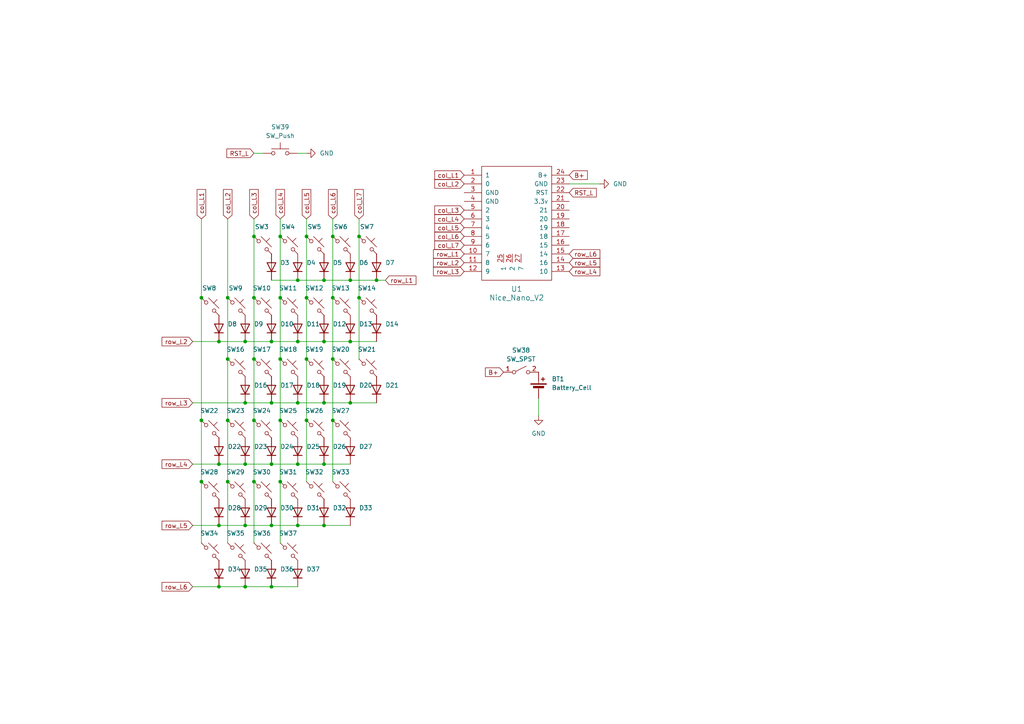
<source format=kicad_sch>
(kicad_sch (version 20250114) (generator "eeschema") (generator_version "9.0")
  (paper "A4")
  (lib_symbols
    (symbol "Device:Battery_Cell" (pin_numbers (hide yes)) (pin_names (offset 0) (hide yes))
      (property "Reference" "BT" (at 2.54 2.54 0))
      (property "Value" "Battery_Cell" (at 2.54 0 0))
      (symbol "Battery_Cell_0_1"
        (rectangle (start -2.286 1.778) (end 2.286 1.524) (fill (type outline)))
        (rectangle (start -1.524 1.016) (end 1.524 0.508) (fill (type outline)))
        (polyline (pts (xy 0 1.778) (xy 0 2.54)))
        (polyline (pts (xy 0 0.762) (xy 0 0)))
        (polyline (pts (xy 0.762 3.048) (xy 1.778 3.048)) (stroke (width 0.254)))
        (polyline (pts (xy 1.27 3.556) (xy 1.27 2.54)) (stroke (width 0.254)))
      )
      (symbol "Battery_Cell_1_1"
        (pin passive line (at 0 5.08 270) (length 2.54) (name "+") (number "1"))
        (pin passive line (at 0 -2.54 90) (length 2.54) (name "-") (number "2"))
      )
    )
    (symbol "Diode:1N4148" (pin_numbers (hide yes)) (pin_names (hide yes))
      (property "Reference" "D" (at 0 2.54 0))
      (property "Value" "1N4148" (at 0 -2.54 0))
      (symbol "1N4148_0_1"
        (polyline (pts (xy -1.27 1.27) (xy -1.27 -1.27)) (stroke (width 0.254)))
        (polyline (pts (xy 1.27 1.27) (xy 1.27 -1.27) (xy -1.27 0) (xy 1.27 1.27)) (stroke (width 0.254)))
        (polyline (pts (xy 1.27 0) (xy -1.27 0)))
      )
      (symbol "1N4148_1_1"
        (pin passive line (at -3.81 0 0) (length 2.54) (name "K") (number "1"))
        (pin passive line (at 3.81 0 180) (length 2.54) (name "A") (number "2"))
      )
    )
    (symbol "Switch:SW_Push" (pin_numbers (hide yes)) (pin_names (offset 1.016) (hide yes))
      (property "Reference" "SW" (at 1.27 2.54 0))
      (property "Value" "SW_Push" (at 0 -1.524 0))
      (symbol "SW_Push_0_1"
        (circle (center -2.032 0) (radius 0.508))
        (polyline (pts (xy 0 1.27) (xy 0 3.048)))
        (circle (center 2.032 0) (radius 0.508))
        (polyline (pts (xy 2.54 1.27) (xy -2.54 1.27)))
        (pin passive line (at -5.08 0 0) (length 2.54) (name "1") (number "1"))
        (pin passive line (at 5.08 0 180) (length 2.54) (name "2") (number "2"))
      )
    )
    (symbol "Switch:SW_Push_45deg" (pin_numbers (hide yes)) (pin_names (offset 1.016) (hide yes))
      (property "Reference" "SW" (at 3.048 1.016 0))
      (property "Value" "SW_Push_45deg" (at 0 -3.81 0))
      (symbol "SW_Push_45deg_0_1"
        (polyline (pts (xy -2.54 2.54) (xy -1.524 1.524) (xy -1.524 1.524)))
        (circle (center -1.1684 1.1684) (radius 0.508))
        (polyline (pts (xy -0.508 2.54) (xy 2.54 -0.508)))
        (polyline (pts (xy 1.016 1.016) (xy 2.032 2.032)))
        (circle (center 1.143 -1.1938) (radius 0.508))
        (polyline (pts (xy 1.524 -1.524) (xy 2.54 -2.54) (xy 2.54 -2.54) (xy 2.54 -2.54)))
        (pin passive line (at -2.54 2.54 0) (length 0) (name "1") (number "1"))
        (pin passive line (at 2.54 -2.54 180) (length 0) (name "2") (number "2"))
      )
    )
    (symbol "Switch:SW_SPST" (pin_names (offset 0) (hide yes))
      (property "Reference" "SW" (at 0 3.175 0))
      (property "Value" "SW_SPST" (at 0 -2.54 0))
      (symbol "SW_SPST_0_0"
        (circle (center -2.032 0) (radius 0.508))
        (polyline (pts (xy -1.524 0.254) (xy 1.524 1.778)))
        (circle (center 2.032 0) (radius 0.508))
      )
      (symbol "SW_SPST_1_1"
        (pin passive line (at -5.08 0 0) (length 2.54) (name "A") (number "1"))
        (pin passive line (at 5.08 0 180) (length 2.54) (name "B") (number "2"))
      )
    )
    (symbol "nicenanov2:MCU_Nice_Nano_V2" (pin_names (offset 1.016))
      (property "Reference" "U" (at 0 0 0))
      (property "Value" "Nice_Nano_V2" (at 0 -19.05 0))
      (symbol "MCU_Nice_Nano_V2_0_1"
        (rectangle (start -10.16 16.51) (end 10.16 -16.51))
      )
      (symbol "MCU_Nice_Nano_V2_1_1"
        (pin input line (at -15.24 13.97 0) (length 5.08) (name "1") (number "1"))
        (pin input line (at -15.24 11.43 0) (length 5.08) (name "0") (number "2"))
        (pin input line (at -15.24 8.89 0) (length 5.08) (name "GND") (number "3"))
        (pin input line (at -15.24 6.35 0) (length 5.08) (name "GND") (number "4"))
        (pin input line (at -15.24 3.81 0) (length 5.08) (name "2") (number "5"))
        (pin input line (at -15.24 1.27 0) (length 5.08) (name "3") (number "6"))
        (pin input line (at -15.24 -1.27 0) (length 5.08) (name "4") (number "7"))
        (pin input line (at -15.24 -3.81 0) (length 5.08) (name "5") (number "8"))
        (pin input line (at -15.24 -6.35 0) (length 5.08) (name "6") (number "9"))
        (pin input line (at -15.24 -8.89 0) (length 5.08) (name "7") (number "10"))
        (pin input line (at -15.24 -11.43 0) (length 5.08) (name "8") (number "11"))
        (pin input line (at -15.24 -13.97 0) (length 5.08) (name "9") (number "12"))
        (pin input line (at -3.81 -8.89 270) (length 2.5) (name "1") (number "25"))
        (pin input line (at -1.27 -8.89 270) (length 2.5) (name "2") (number "26"))
        (pin input line (at 1.27 -8.89 270) (length 2.5) (name "7") (number "27"))
        (pin input line (at 15.24 13.97 180) (length 5.08) (name "B+") (number "24"))
        (pin input line (at 15.24 11.43 180) (length 5.08) (name "GND") (number "23"))
        (pin input line (at 15.24 8.89 180) (length 5.08) (name "RST") (number "22"))
        (pin input line (at 15.24 6.35 180) (length 5.08) (name "3.3v") (number "21"))
        (pin input line (at 15.24 3.81 180) (length 5.08) (name "21") (number "20"))
        (pin input line (at 15.24 1.27 180) (length 5.08) (name "20") (number "19"))
        (pin input line (at 15.24 -1.27 180) (length 5.08) (name "19") (number "18"))
        (pin input line (at 15.24 -3.81 180) (length 5.08) (name "18") (number "17"))
        (pin input line (at 15.24 -6.35 180) (length 5.08) (name "15") (number "16"))
        (pin input line (at 15.24 -8.89 180) (length 5.08) (name "14") (number "15"))
        (pin input line (at 15.24 -11.43 180) (length 5.08) (name "16") (number "14"))
        (pin input line (at 15.24 -13.97 180) (length 5.08) (name "10") (number "13"))
      )
    )
    (symbol "power:GND" (power) (pin_numbers (hide yes)) (pin_names (offset 0) (hide yes))
      (property "Value" "GND" (at 0 -3.81 0))
      (symbol "GND_0_1"
        (polyline (pts (xy 0 0) (xy 0 -1.27) (xy 1.27 -1.27) (xy 0 -2.54) (xy -1.27 -1.27) (xy 0 -1.27)))
      )
      (symbol "GND_1_1"
        (pin power_in line (at 0 0 270) (length 0) (name "~") (number "1"))
      )
    )
  )
  (junction (at 78.74 116.84))
  (junction (at 81.28 139.7))
  (junction (at 73.66 68.58))
  (junction (at 71.12 152.4))
  (junction (at 73.66 121.92))
  (junction (at 104.14 86.36))
  (junction (at 101.6 99.06))
  (junction (at 63.5 99.06))
  (junction (at 96.52 104.14))
  (junction (at 58.42 86.36))
  (junction (at 73.66 139.7))
  (junction (at 86.36 99.06))
  (junction (at 78.74 99.06))
  (junction (at 73.66 86.36))
  (junction (at 81.28 104.14))
  (junction (at 88.9 86.36))
  (junction (at 86.36 134.62))
  (junction (at 96.52 121.92))
  (junction (at 58.42 121.92))
  (junction (at 66.04 104.14))
  (junction (at 58.42 139.7))
  (junction (at 86.36 116.84))
  (junction (at 63.5 152.4))
  (junction (at 66.04 121.92))
  (junction (at 86.36 81.28))
  (junction (at 101.6 116.84))
  (junction (at 81.28 86.36))
  (junction (at 93.98 134.62))
  (junction (at 66.04 139.7))
  (junction (at 104.14 68.58))
  (junction (at 96.52 86.36))
  (junction (at 88.9 68.58))
  (junction (at 71.12 99.06))
  (junction (at 93.98 152.4))
  (junction (at 88.9 104.14))
  (junction (at 63.5 134.62))
  (junction (at 109.22 81.28))
  (junction (at 78.74 170.18))
  (junction (at 93.98 116.84))
  (junction (at 81.28 68.58))
  (junction (at 63.5 170.18))
  (junction (at 81.28 121.92))
  (junction (at 93.98 81.28))
  (junction (at 88.9 121.92))
  (junction (at 71.12 134.62))
  (junction (at 66.04 86.36))
  (junction (at 71.12 116.84))
  (junction (at 101.6 81.28))
  (junction (at 86.36 152.4))
  (junction (at 71.12 170.18))
  (junction (at 93.98 99.06))
  (junction (at 73.66 104.14))
  (junction (at 96.52 68.58))
  (junction (at 78.74 134.62))
  (junction (at 78.74 152.4))
  (wire (pts (xy 93.98 116.84) (xy 101.6 116.84)))
  (wire (pts (xy 78.74 152.4) (xy 86.36 152.4)))
  (wire (pts (xy 86.36 81.28) (xy 93.98 81.28)))
  (wire (pts (xy 101.6 81.28) (xy 109.22 81.28)))
  (wire (pts (xy 66.04 104.14) (xy 66.04 121.92)))
  (wire (pts (xy 58.42 121.92) (xy 58.42 139.7)))
  (wire (pts (xy 55.88 170.18) (xy 63.5 170.18)))
  (wire (pts (xy 86.36 44.45) (xy 88.9 44.45)))
  (wire (pts (xy 81.28 86.36) (xy 81.28 104.14)))
  (wire (pts (xy 93.98 152.4) (xy 101.6 152.4)))
  (wire (pts (xy 78.74 81.28) (xy 86.36 81.28)))
  (wire (pts (xy 81.28 139.7) (xy 81.28 157.48)))
  (wire (pts (xy 73.66 121.92) (xy 73.66 139.7)))
  (wire (pts (xy 111.76 81.28) (xy 109.22 81.28)))
  (wire (pts (xy 101.6 99.06) (xy 109.22 99.06)))
  (wire (pts (xy 73.66 63.5) (xy 73.66 68.58)))
  (wire (pts (xy 96.52 63.5) (xy 96.52 68.58)))
  (wire (pts (xy 78.74 170.18) (xy 86.36 170.18)))
  (wire (pts (xy 101.6 116.84) (xy 109.22 116.84)))
  (wire (pts (xy 88.9 86.36) (xy 88.9 104.14)))
  (wire (pts (xy 66.04 139.7) (xy 66.04 157.48)))
  (wire (pts (xy 96.52 68.58) (xy 96.52 86.36)))
  (wire (pts (xy 55.88 152.4) (xy 63.5 152.4)))
  (wire (pts (xy 73.66 44.45) (xy 76.2 44.45)))
  (wire (pts (xy 66.04 63.5) (xy 66.04 86.36)))
  (wire (pts (xy 96.52 104.14) (xy 96.52 121.92)))
  (wire (pts (xy 93.98 81.28) (xy 101.6 81.28)))
  (wire (pts (xy 63.5 99.06) (xy 71.12 99.06)))
  (wire (pts (xy 88.9 68.58) (xy 88.9 86.36)))
  (wire (pts (xy 104.14 86.36) (xy 104.14 104.14)))
  (wire (pts (xy 86.36 152.4) (xy 93.98 152.4)))
  (wire (pts (xy 55.88 116.84) (xy 71.12 116.84)))
  (wire (pts (xy 71.12 116.84) (xy 78.74 116.84)))
  (wire (pts (xy 88.9 121.92) (xy 88.9 139.7)))
  (wire (pts (xy 66.04 121.92) (xy 66.04 139.7)))
  (wire (pts (xy 81.28 63.5) (xy 81.28 68.58)))
  (wire (pts (xy 66.04 86.36) (xy 66.04 104.14)))
  (wire (pts (xy 104.14 68.58) (xy 104.14 86.36)))
  (wire (pts (xy 96.52 121.92) (xy 96.52 139.7)))
  (wire (pts (xy 88.9 104.14) (xy 88.9 121.92)))
  (wire (pts (xy 81.28 68.58) (xy 81.28 86.36)))
  (wire (pts (xy 93.98 134.62) (xy 101.6 134.62)))
  (wire (pts (xy 73.66 104.14) (xy 73.66 121.92)))
  (wire (pts (xy 58.42 139.7) (xy 58.42 157.48)))
  (wire (pts (xy 78.74 99.06) (xy 86.36 99.06)))
  (wire (pts (xy 63.5 134.62) (xy 71.12 134.62)))
  (wire (pts (xy 73.66 68.58) (xy 73.66 86.36)))
  (wire (pts (xy 73.66 86.36) (xy 73.66 104.14)))
  (wire (pts (xy 96.52 86.36) (xy 96.52 104.14)))
  (wire (pts (xy 71.12 170.18) (xy 78.74 170.18)))
  (wire (pts (xy 173.99 53.34) (xy 165.1 53.34)))
  (wire (pts (xy 93.98 99.06) (xy 101.6 99.06)))
  (wire (pts (xy 63.5 152.4) (xy 71.12 152.4)))
  (wire (pts (xy 78.74 134.62) (xy 86.36 134.62)))
  (wire (pts (xy 58.42 63.5) (xy 58.42 86.36)))
  (wire (pts (xy 86.36 134.62) (xy 93.98 134.62)))
  (wire (pts (xy 71.12 152.4) (xy 78.74 152.4)))
  (wire (pts (xy 55.88 134.62) (xy 63.5 134.62)))
  (wire (pts (xy 156.21 120.65) (xy 156.21 115.57)))
  (wire (pts (xy 104.14 63.5) (xy 104.14 68.58)))
  (wire (pts (xy 71.12 134.62) (xy 78.74 134.62)))
  (wire (pts (xy 63.5 170.18) (xy 71.12 170.18)))
  (wire (pts (xy 86.36 116.84) (xy 93.98 116.84)))
  (wire (pts (xy 58.42 86.36) (xy 58.42 121.92)))
  (wire (pts (xy 81.28 121.92) (xy 81.28 139.7)))
  (wire (pts (xy 73.66 139.7) (xy 73.66 157.48)))
  (wire (pts (xy 88.9 63.5) (xy 88.9 68.58)))
  (wire (pts (xy 86.36 99.06) (xy 93.98 99.06)))
  (wire (pts (xy 78.74 116.84) (xy 86.36 116.84)))
  (wire (pts (xy 81.28 104.14) (xy 81.28 121.92)))
  (wire (pts (xy 71.12 99.06) (xy 78.74 99.06)))
  (wire (pts (xy 55.88 99.06) (xy 63.5 99.06)))
  (global_label "col_L7" (shape input) (at 134.62 71.12 180) (property "Intersheetrefs" "${INTERSHEET_REFS}" (effects (hide yes))))
  (global_label "col_L5" (shape input) (at 88.9 63.5 90) (property "Intersheetrefs" "${INTERSHEET_REFS}" (effects (hide yes))))
  (global_label "col_L1" (shape input) (at 134.62 50.8 180) (property "Intersheetrefs" "${INTERSHEET_REFS}" (effects (hide yes))))
  (global_label "RST_L" (shape input) (at 73.66 44.45 180) (property "Intersheetrefs" "${INTERSHEET_REFS}" (effects (hide yes))))
  (global_label "row_L2" (shape input) (at 55.88 99.06 180) (property "Intersheetrefs" "${INTERSHEET_REFS}" (effects (hide yes))))
  (global_label "row_L3" (shape input) (at 55.88 116.84 180) (property "Intersheetrefs" "${INTERSHEET_REFS}" (effects (hide yes))))
  (global_label "col_L2" (shape input) (at 66.04 63.5 90) (property "Intersheetrefs" "${INTERSHEET_REFS}" (effects (hide yes))))
  (global_label "row_L5" (shape input) (at 55.88 152.4 180) (property "Intersheetrefs" "${INTERSHEET_REFS}" (effects (hide yes))))
  (global_label "RST_L" (shape input) (at 165.1 55.88 0) (property "Intersheetrefs" "${INTERSHEET_REFS}" (effects (hide yes))))
  (global_label "col_L7" (shape input) (at 104.14 63.5 90) (property "Intersheetrefs" "${INTERSHEET_REFS}" (effects (hide yes))))
  (global_label "row_L6" (shape input) (at 55.88 170.18 180) (property "Intersheetrefs" "${INTERSHEET_REFS}" (effects (hide yes))))
  (global_label "col_L3" (shape input) (at 134.62 60.96 180) (property "Intersheetrefs" "${INTERSHEET_REFS}" (effects (hide yes))))
  (global_label "B+" (shape input) (at 146.05 107.95 180) (property "Intersheetrefs" "${INTERSHEET_REFS}" (effects (hide yes))))
  (global_label "col_L6" (shape input) (at 134.62 68.58 180) (property "Intersheetrefs" "${INTERSHEET_REFS}" (effects (hide yes))))
  (global_label "row_L2" (shape input) (at 134.62 76.2 180) (property "Intersheetrefs" "${INTERSHEET_REFS}" (effects (hide yes))))
  (global_label "row_L1" (shape input) (at 111.76 81.28 0) (property "Intersheetrefs" "${INTERSHEET_REFS}" (effects (hide yes))))
  (global_label "row_L4" (shape input) (at 55.88 134.62 180) (property "Intersheetrefs" "${INTERSHEET_REFS}" (effects (hide yes))))
  (global_label "row_L5" (shape input) (at 165.1 76.2 0) (property "Intersheetrefs" "${INTERSHEET_REFS}" (effects (hide yes))))
  (global_label "col_L4" (shape input) (at 134.62 63.5 180) (property "Intersheetrefs" "${INTERSHEET_REFS}" (effects (hide yes))))
  (global_label "row_L4" (shape input) (at 165.1 78.74 0) (property "Intersheetrefs" "${INTERSHEET_REFS}" (effects (hide yes))))
  (global_label "row_L1" (shape input) (at 134.62 73.66 180) (property "Intersheetrefs" "${INTERSHEET_REFS}" (effects (hide yes))))
  (global_label "col_L3" (shape input) (at 73.66 63.5 90) (property "Intersheetrefs" "${INTERSHEET_REFS}" (effects (hide yes))))
  (global_label "col_L2" (shape input) (at 134.62 53.34 180) (property "Intersheetrefs" "${INTERSHEET_REFS}" (effects (hide yes))))
  (global_label "row_L6" (shape input) (at 165.1 73.66 0) (property "Intersheetrefs" "${INTERSHEET_REFS}" (effects (hide yes))))
  (global_label "B+" (shape input) (at 165.1 50.8 0) (property "Intersheetrefs" "${INTERSHEET_REFS}" (effects (hide yes))))
  (global_label "row_L3" (shape input) (at 134.62 78.74 180) (property "Intersheetrefs" "${INTERSHEET_REFS}" (effects (hide yes))))
  (global_label "col_L4" (shape input) (at 81.28 63.5 90) (property "Intersheetrefs" "${INTERSHEET_REFS}" (effects (hide yes))))
  (global_label "col_L6" (shape input) (at 96.52 63.5 90) (property "Intersheetrefs" "${INTERSHEET_REFS}" (effects (hide yes))))
  (global_label "col_L5" (shape input) (at 134.62 66.04 180) (property "Intersheetrefs" "${INTERSHEET_REFS}" (effects (hide yes))))
  (global_label "col_L1" (shape input) (at 58.42 63.5 90) (property "Intersheetrefs" "${INTERSHEET_REFS}" (effects (hide yes))))
  (symbol (lib_id "Switch:SW_Push_45deg") (at 99.06 88.9 0) (unit 1)
    (property "Reference" "SW13" (at 98.806 83.566 0))
    (property "Value" "SW_Push_45deg" (effects (hide yes)))
    (property "Footprint" "kailhv4:MX-Hotswap-1U" (effects (hide yes)))
    (property "Description" "Push button switch, normally open, two pins, 45° tilted" (effects (hide yes)))
  )
  (symbol (lib_id "Diode:1N4148") (at 86.36 113.03 90) (unit 1)
    (property "Reference" "D18" (at 88.9 111.7599 90) (effects (justify right)))
    (property "Value" "1N4148" (effects (hide yes)))
    (property "Footprint" "Diode_THT:D_DO-35_SOD27_P7.62mm_Horizontal" (effects (hide yes)))
    (property "Datasheet" "https://assets.nexperia.com/documents/data-sheet/1N4148_1N4448.pdf" (effects (hide yes)))
    (property "Description" "100V 0.15A standard switching diode, DO-35" (effects (hide yes)))
    (property "Sim.Device" "D" (effects (hide yes)))
    (property "Sim.Pins" "1=K 2=A" (effects (hide yes)))
  )
  (symbol (lib_id "Diode:1N4148") (at 63.5 148.59 90) (unit 1)
    (property "Reference" "D28" (at 66.04 147.3199 90) (effects (justify right)))
    (property "Value" "1N4148" (effects (hide yes)))
    (property "Footprint" "Diode_THT:D_DO-35_SOD27_P7.62mm_Horizontal" (effects (hide yes)))
    (property "Datasheet" "https://assets.nexperia.com/documents/data-sheet/1N4148_1N4448.pdf" (effects (hide yes)))
    (property "Description" "100V 0.15A standard switching diode, DO-35" (effects (hide yes)))
    (property "Sim.Device" "D" (effects (hide yes)))
    (property "Sim.Pins" "1=K 2=A" (effects (hide yes)))
  )
  (symbol (lib_id "Diode:1N4148") (at 101.6 77.47 90) (unit 1)
    (property "Reference" "D6" (at 104.14 76.1999 90) (effects (justify right)))
    (property "Value" "1N4148" (effects (hide yes)))
    (property "Footprint" "Diode_THT:D_DO-35_SOD27_P7.62mm_Horizontal" (effects (hide yes)))
    (property "Datasheet" "https://assets.nexperia.com/documents/data-sheet/1N4148_1N4448.pdf" (effects (hide yes)))
    (property "Description" "100V 0.15A standard switching diode, DO-35" (effects (hide yes)))
    (property "Sim.Device" "D" (effects (hide yes)))
    (property "Sim.Pins" "1=K 2=A" (effects (hide yes)))
  )
  (symbol (lib_id "Diode:1N4148") (at 93.98 113.03 90) (unit 1)
    (property "Reference" "D19" (at 96.52 111.7599 90) (effects (justify right)))
    (property "Value" "1N4148" (effects (hide yes)))
    (property "Footprint" "Diode_THT:D_DO-35_SOD27_P7.62mm_Horizontal" (effects (hide yes)))
    (property "Datasheet" "https://assets.nexperia.com/documents/data-sheet/1N4148_1N4448.pdf" (effects (hide yes)))
    (property "Description" "100V 0.15A standard switching diode, DO-35" (effects (hide yes)))
    (property "Sim.Device" "D" (effects (hide yes)))
    (property "Sim.Pins" "1=K 2=A" (effects (hide yes)))
  )
  (symbol (lib_id "Switch:SW_Push") (at 81.28 44.45 0) (unit 1)
    (property "Reference" "SW39" (at 81.28 36.83 0))
    (property "Value" "SW_Push" (at 81.28 39.37 0))
    (property "Footprint" "Button_Switch_THT:SW_PUSH_6mm" (effects (hide yes)))
    (property "Description" "Push button switch, generic, two pins" (effects (hide yes)))
  )
  (symbol (lib_id "Switch:SW_Push_45deg") (at 76.2 88.9 0) (unit 1)
    (property "Reference" "SW10" (at 75.946 83.566 0))
    (property "Value" "SW_Push_45deg" (effects (hide yes)))
    (property "Footprint" "kailhv4:MX-Hotswap-1U" (effects (hide yes)))
    (property "Description" "Push button switch, normally open, two pins, 45° tilted" (effects (hide yes)))
  )
  (symbol (lib_id "Switch:SW_Push_45deg") (at 83.82 71.12 0) (unit 1)
    (property "Reference" "SW4" (at 83.566 65.786 0))
    (property "Value" "SW_Push_45deg" (effects (hide yes)))
    (property "Footprint" "kailhv4:MX-Hotswap-1U" (effects (hide yes)))
    (property "Description" "Push button switch, normally open, two pins, 45° tilted" (effects (hide yes)))
  )
  (symbol (lib_id "Switch:SW_Push_45deg") (at 91.44 124.46 0) (unit 1)
    (property "Reference" "SW26" (at 91.186 119.126 0))
    (property "Value" "SW_Push_45deg" (effects (hide yes)))
    (property "Footprint" "kailhv4:MX-Hotswap-1U" (effects (hide yes)))
    (property "Description" "Push button switch, normally open, two pins, 45° tilted" (effects (hide yes)))
  )
  (symbol (lib_id "Diode:1N4148") (at 71.12 166.37 90) (unit 1)
    (property "Reference" "D35" (at 73.66 165.0999 90) (effects (justify right)))
    (property "Value" "1N4148" (effects (hide yes)))
    (property "Footprint" "Diode_THT:D_DO-35_SOD27_P7.62mm_Horizontal" (effects (hide yes)))
    (property "Datasheet" "https://assets.nexperia.com/documents/data-sheet/1N4148_1N4448.pdf" (effects (hide yes)))
    (property "Description" "100V 0.15A standard switching diode, DO-35" (effects (hide yes)))
    (property "Sim.Device" "D" (effects (hide yes)))
    (property "Sim.Pins" "1=K 2=A" (effects (hide yes)))
  )
  (symbol (lib_id "Switch:SW_Push_45deg") (at 76.2 124.46 0) (unit 1)
    (property "Reference" "SW24" (at 75.946 119.126 0))
    (property "Value" "SW_Push_45deg" (effects (hide yes)))
    (property "Footprint" "kailhv4:MX-Hotswap-1U" (effects (hide yes)))
    (property "Description" "Push button switch, normally open, two pins, 45° tilted" (effects (hide yes)))
  )
  (symbol (lib_id "Switch:SW_Push_45deg") (at 68.58 88.9 0) (unit 1)
    (property "Reference" "SW9" (at 68.326 83.566 0))
    (property "Value" "SW_Push_45deg" (effects (hide yes)))
    (property "Footprint" "kailhv4:MX-Hotswap-1U" (effects (hide yes)))
    (property "Description" "Push button switch, normally open, two pins, 45° tilted" (effects (hide yes)))
  )
  (symbol (lib_id "Switch:SW_Push_45deg") (at 60.96 160.02 0) (unit 1)
    (property "Reference" "SW34" (at 60.706 154.686 0))
    (property "Value" "SW_Push_45deg" (effects (hide yes)))
    (property "Footprint" "kailhv4:MX-Hotswap-1.25U" (effects (hide yes)))
    (property "Description" "Push button switch, normally open, two pins, 45° tilted" (effects (hide yes)))
  )
  (symbol (lib_id "Diode:1N4148") (at 63.5 95.25 90) (unit 1)
    (property "Reference" "D8" (at 66.04 93.9799 90) (effects (justify right)))
    (property "Value" "1N4148" (effects (hide yes)))
    (property "Footprint" "Diode_THT:D_DO-35_SOD27_P7.62mm_Horizontal" (effects (hide yes)))
    (property "Datasheet" "https://assets.nexperia.com/documents/data-sheet/1N4148_1N4448.pdf" (effects (hide yes)))
    (property "Description" "100V 0.15A standard switching diode, DO-35" (effects (hide yes)))
    (property "Sim.Device" "D" (effects (hide yes)))
    (property "Sim.Pins" "1=K 2=A" (effects (hide yes)))
  )
  (symbol (lib_id "power:GND") (at 173.99 53.34 90) (unit 1)
    (property "Reference" "#PWR01" (effects (hide yes)))
    (property "Value" "GND" (at 177.8 53.3399 90) (effects (justify right)))
    (property "Description" "Power symbol creates a global label with name \"GND\" , ground" (effects (hide yes)))
  )
  (symbol (lib_id "Switch:SW_Push_45deg") (at 99.06 142.24 0) (unit 1)
    (property "Reference" "SW33" (at 98.806 136.906 0))
    (property "Value" "SW_Push_45deg" (effects (hide yes)))
    (property "Footprint" "kailhv4:MX-Hotswap-1U" (effects (hide yes)))
    (property "Description" "Push button switch, normally open, two pins, 45° tilted" (effects (hide yes)))
  )
  (symbol (lib_id "Diode:1N4148") (at 71.12 95.25 90) (unit 1)
    (property "Reference" "D9" (at 73.66 93.9799 90) (effects (justify right)))
    (property "Value" "1N4148" (effects (hide yes)))
    (property "Footprint" "Diode_THT:D_DO-35_SOD27_P7.62mm_Horizontal" (effects (hide yes)))
    (property "Datasheet" "https://assets.nexperia.com/documents/data-sheet/1N4148_1N4448.pdf" (effects (hide yes)))
    (property "Description" "100V 0.15A standard switching diode, DO-35" (effects (hide yes)))
    (property "Sim.Device" "D" (effects (hide yes)))
    (property "Sim.Pins" "1=K 2=A" (effects (hide yes)))
  )
  (symbol (lib_id "Diode:1N4148") (at 78.74 95.25 90) (unit 1)
    (property "Reference" "D10" (at 81.28 93.9799 90) (effects (justify right)))
    (property "Value" "1N4148" (effects (hide yes)))
    (property "Footprint" "Diode_THT:D_DO-35_SOD27_P7.62mm_Horizontal" (effects (hide yes)))
    (property "Datasheet" "https://assets.nexperia.com/documents/data-sheet/1N4148_1N4448.pdf" (effects (hide yes)))
    (property "Description" "100V 0.15A standard switching diode, DO-35" (effects (hide yes)))
    (property "Sim.Device" "D" (effects (hide yes)))
    (property "Sim.Pins" "1=K 2=A" (effects (hide yes)))
  )
  (symbol (lib_id "Diode:1N4148") (at 78.74 148.59 90) (unit 1)
    (property "Reference" "D30" (at 81.28 147.3199 90) (effects (justify right)))
    (property "Value" "1N4148" (effects (hide yes)))
    (property "Footprint" "Diode_THT:D_DO-35_SOD27_P7.62mm_Horizontal" (effects (hide yes)))
    (property "Datasheet" "https://assets.nexperia.com/documents/data-sheet/1N4148_1N4448.pdf" (effects (hide yes)))
    (property "Description" "100V 0.15A standard switching diode, DO-35" (effects (hide yes)))
    (property "Sim.Device" "D" (effects (hide yes)))
    (property "Sim.Pins" "1=K 2=A" (effects (hide yes)))
  )
  (symbol (lib_id "Diode:1N4148") (at 86.36 130.81 90) (unit 1)
    (property "Reference" "D25" (at 88.9 129.5399 90) (effects (justify right)))
    (property "Value" "1N4148" (effects (hide yes)))
    (property "Footprint" "Diode_THT:D_DO-35_SOD27_P7.62mm_Horizontal" (effects (hide yes)))
    (property "Datasheet" "https://assets.nexperia.com/documents/data-sheet/1N4148_1N4448.pdf" (effects (hide yes)))
    (property "Description" "100V 0.15A standard switching diode, DO-35" (effects (hide yes)))
    (property "Sim.Device" "D" (effects (hide yes)))
    (property "Sim.Pins" "1=K 2=A" (effects (hide yes)))
  )
  (symbol (lib_id "Switch:SW_Push_45deg") (at 60.96 88.9 0) (unit 1)
    (property "Reference" "SW8" (at 60.706 83.566 0))
    (property "Value" "SW_Push_45deg" (effects (hide yes)))
    (property "Footprint" "kailhv4:MX-Hotswap-1U" (effects (hide yes)))
    (property "Description" "Push button switch, normally open, two pins, 45° tilted" (effects (hide yes)))
  )
  (symbol (lib_id "power:GND") (at 156.21 120.65 0) (unit 1)
    (property "Reference" "#PWR02" (effects (hide yes)))
    (property "Value" "GND" (at 156.21 125.73 0))
    (property "Description" "Power symbol creates a global label with name \"GND\" , ground" (effects (hide yes)))
  )
  (symbol (lib_id "Switch:SW_Push_45deg") (at 106.68 88.9 0) (unit 1)
    (property "Reference" "SW14" (at 106.426 83.566 0))
    (property "Value" "SW_Push_45deg" (effects (hide yes)))
    (property "Footprint" "kailhv4:MX-Hotswap-1U" (effects (hide yes)))
    (property "Description" "Push button switch, normally open, two pins, 45° tilted" (effects (hide yes)))
  )
  (symbol (lib_id "power:GND") (at 88.9 44.45 90) (unit 1)
    (property "Reference" "#PWR03" (effects (hide yes)))
    (property "Value" "GND" (at 92.71 44.4499 90) (effects (justify right)))
    (property "Description" "Power symbol creates a global label with name \"GND\" , ground" (effects (hide yes)))
  )
  (symbol (lib_id "Diode:1N4148") (at 109.22 95.25 90) (unit 1)
    (property "Reference" "D14" (at 111.76 93.9799 90) (effects (justify right)))
    (property "Value" "1N4148" (effects (hide yes)))
    (property "Footprint" "Diode_THT:D_DO-35_SOD27_P7.62mm_Horizontal" (effects (hide yes)))
    (property "Datasheet" "https://assets.nexperia.com/documents/data-sheet/1N4148_1N4448.pdf" (effects (hide yes)))
    (property "Description" "100V 0.15A standard switching diode, DO-35" (effects (hide yes)))
    (property "Sim.Device" "D" (effects (hide yes)))
    (property "Sim.Pins" "1=K 2=A" (effects (hide yes)))
  )
  (symbol (lib_id "Switch:SW_Push_45deg") (at 91.44 106.68 0) (unit 1)
    (property "Reference" "SW19" (at 91.186 101.346 0))
    (property "Value" "SW_Push_45deg" (effects (hide yes)))
    (property "Footprint" "kailhv4:MX-Hotswap-1U" (effects (hide yes)))
    (property "Description" "Push button switch, normally open, two pins, 45° tilted" (effects (hide yes)))
  )
  (symbol (lib_id "Switch:SW_Push_45deg") (at 76.2 106.68 0) (unit 1)
    (property "Reference" "SW17" (at 75.946 101.346 0))
    (property "Value" "SW_Push_45deg" (effects (hide yes)))
    (property "Footprint" "kailhv4:MX-Hotswap-1U" (effects (hide yes)))
    (property "Description" "Push button switch, normally open, two pins, 45° tilted" (effects (hide yes)))
  )
  (symbol (lib_id "Switch:SW_Push_45deg") (at 76.2 142.24 0) (unit 1)
    (property "Reference" "SW30" (at 75.946 136.906 0))
    (property "Value" "SW_Push_45deg" (effects (hide yes)))
    (property "Footprint" "kailhv4:MX-Hotswap-1U" (effects (hide yes)))
    (property "Description" "Push button switch, normally open, two pins, 45° tilted" (effects (hide yes)))
  )
  (symbol (lib_id "Diode:1N4148") (at 86.36 77.47 90) (unit 1)
    (property "Reference" "D4" (at 88.9 76.1999 90) (effects (justify right)))
    (property "Value" "1N4148" (effects (hide yes)))
    (property "Footprint" "Diode_THT:D_DO-35_SOD27_P7.62mm_Horizontal" (effects (hide yes)))
    (property "Datasheet" "https://assets.nexperia.com/documents/data-sheet/1N4148_1N4448.pdf" (effects (hide yes)))
    (property "Description" "100V 0.15A standard switching diode, DO-35" (effects (hide yes)))
    (property "Sim.Device" "D" (effects (hide yes)))
    (property "Sim.Pins" "1=K 2=A" (effects (hide yes)))
  )
  (symbol (lib_id "Switch:SW_Push_45deg") (at 99.06 106.68 0) (unit 1)
    (property "Reference" "SW20" (at 98.806 101.346 0))
    (property "Value" "SW_Push_45deg" (effects (hide yes)))
    (property "Footprint" "kailhv4:MX-Hotswap-1U" (effects (hide yes)))
    (property "Description" "Push button switch, normally open, two pins, 45° tilted" (effects (hide yes)))
  )
  (symbol (lib_id "Diode:1N4148") (at 78.74 166.37 90) (unit 1)
    (property "Reference" "D36" (at 81.28 165.0999 90) (effects (justify right)))
    (property "Value" "1N4148" (effects (hide yes)))
    (property "Footprint" "Diode_THT:D_DO-35_SOD27_P7.62mm_Horizontal" (effects (hide yes)))
    (property "Datasheet" "https://assets.nexperia.com/documents/data-sheet/1N4148_1N4448.pdf" (effects (hide yes)))
    (property "Description" "100V 0.15A standard switching diode, DO-35" (effects (hide yes)))
    (property "Sim.Device" "D" (effects (hide yes)))
    (property "Sim.Pins" "1=K 2=A" (effects (hide yes)))
  )
  (symbol (lib_id "Diode:1N4148") (at 101.6 148.59 90) (unit 1)
    (property "Reference" "D33" (at 104.14 147.3199 90) (effects (justify right)))
    (property "Value" "1N4148" (effects (hide yes)))
    (property "Footprint" "Diode_THT:D_DO-35_SOD27_P7.62mm_Horizontal" (effects (hide yes)))
    (property "Datasheet" "https://assets.nexperia.com/documents/data-sheet/1N4148_1N4448.pdf" (effects (hide yes)))
    (property "Description" "100V 0.15A standard switching diode, DO-35" (effects (hide yes)))
    (property "Sim.Device" "D" (effects (hide yes)))
    (property "Sim.Pins" "1=K 2=A" (effects (hide yes)))
  )
  (symbol (lib_id "Diode:1N4148") (at 71.12 148.59 90) (unit 1)
    (property "Reference" "D29" (at 73.66 147.3199 90) (effects (justify right)))
    (property "Value" "1N4148" (effects (hide yes)))
    (property "Footprint" "Diode_THT:D_DO-35_SOD27_P7.62mm_Horizontal" (effects (hide yes)))
    (property "Datasheet" "https://assets.nexperia.com/documents/data-sheet/1N4148_1N4448.pdf" (effects (hide yes)))
    (property "Description" "100V 0.15A standard switching diode, DO-35" (effects (hide yes)))
    (property "Sim.Device" "D" (effects (hide yes)))
    (property "Sim.Pins" "1=K 2=A" (effects (hide yes)))
  )
  (symbol (lib_id "Switch:SW_Push_45deg") (at 83.82 142.24 0) (unit 1)
    (property "Reference" "SW31" (at 83.566 136.906 0))
    (property "Value" "SW_Push_45deg" (effects (hide yes)))
    (property "Footprint" "kailhv4:MX-Hotswap-1U" (effects (hide yes)))
    (property "Description" "Push button switch, normally open, two pins, 45° tilted" (effects (hide yes)))
  )
  (symbol (lib_id "Diode:1N4148") (at 78.74 77.47 90) (unit 1)
    (property "Reference" "D3" (at 81.28 76.1999 90) (effects (justify right)))
    (property "Value" "1N4148" (effects (hide yes)))
    (property "Footprint" "Diode_THT:D_DO-35_SOD27_P7.62mm_Horizontal" (effects (hide yes)))
    (property "Datasheet" "https://assets.nexperia.com/documents/data-sheet/1N4148_1N4448.pdf" (effects (hide yes)))
    (property "Description" "100V 0.15A standard switching diode, DO-35" (effects (hide yes)))
    (property "Sim.Device" "D" (effects (hide yes)))
    (property "Sim.Pins" "1=K 2=A" (effects (hide yes)))
  )
  (symbol (lib_id "Switch:SW_Push_45deg") (at 91.44 88.9 0) (unit 1)
    (property "Reference" "SW12" (at 91.186 83.566 0))
    (property "Value" "SW_Push_45deg" (effects (hide yes)))
    (property "Footprint" "kailhv4:MX-Hotswap-1U" (effects (hide yes)))
    (property "Description" "Push button switch, normally open, two pins, 45° tilted" (effects (hide yes)))
  )
  (symbol (lib_id "Switch:SW_Push_45deg") (at 60.96 124.46 0) (unit 1)
    (property "Reference" "SW22" (at 60.706 119.126 0))
    (property "Value" "SW_Push_45deg" (effects (hide yes)))
    (property "Footprint" "kailhv4:MX-Hotswap-1.75U" (effects (hide yes)))
    (property "Description" "Push button switch, normally open, two pins, 45° tilted" (effects (hide yes)))
  )
  (symbol (lib_id "Switch:SW_Push_45deg") (at 68.58 124.46 0) (unit 1)
    (property "Reference" "SW23" (at 68.326 119.126 0))
    (property "Value" "SW_Push_45deg" (effects (hide yes)))
    (property "Footprint" "kailhv4:MX-Hotswap-1U" (effects (hide yes)))
    (property "Description" "Push button switch, normally open, two pins, 45° tilted" (effects (hide yes)))
  )
  (symbol (lib_id "Diode:1N4148") (at 86.36 166.37 90) (unit 1)
    (property "Reference" "D37" (at 88.9 165.0999 90) (effects (justify right)))
    (property "Value" "1N4148" (effects (hide yes)))
    (property "Footprint" "Diode_THT:D_DO-35_SOD27_P7.62mm_Horizontal" (effects (hide yes)))
    (property "Datasheet" "https://assets.nexperia.com/documents/data-sheet/1N4148_1N4448.pdf" (effects (hide yes)))
    (property "Description" "100V 0.15A standard switching diode, DO-35" (effects (hide yes)))
    (property "Sim.Device" "D" (effects (hide yes)))
    (property "Sim.Pins" "1=K 2=A" (effects (hide yes)))
  )
  (symbol (lib_id "Switch:SW_Push_45deg") (at 106.68 106.68 0) (unit 1)
    (property "Reference" "SW21" (at 106.426 101.346 0))
    (property "Value" "SW_Push_45deg" (effects (hide yes)))
    (property "Footprint" "kailhv4:MX-Hotswap-1U" (effects (hide yes)))
    (property "Description" "Push button switch, normally open, two pins, 45° tilted" (effects (hide yes)))
  )
  (symbol (lib_id "Diode:1N4148") (at 93.98 130.81 90) (unit 1)
    (property "Reference" "D26" (at 96.52 129.5399 90) (effects (justify right)))
    (property "Value" "1N4148" (effects (hide yes)))
    (property "Footprint" "Diode_THT:D_DO-35_SOD27_P7.62mm_Horizontal" (effects (hide yes)))
    (property "Datasheet" "https://assets.nexperia.com/documents/data-sheet/1N4148_1N4448.pdf" (effects (hide yes)))
    (property "Description" "100V 0.15A standard switching diode, DO-35" (effects (hide yes)))
    (property "Sim.Device" "D" (effects (hide yes)))
    (property "Sim.Pins" "1=K 2=A" (effects (hide yes)))
  )
  (symbol (lib_id "Diode:1N4148") (at 93.98 77.47 90) (unit 1)
    (property "Reference" "D5" (at 96.52 76.1999 90) (effects (justify right)))
    (property "Value" "1N4148" (effects (hide yes)))
    (property "Footprint" "Diode_THT:D_DO-35_SOD27_P7.62mm_Horizontal" (effects (hide yes)))
    (property "Datasheet" "https://assets.nexperia.com/documents/data-sheet/1N4148_1N4448.pdf" (effects (hide yes)))
    (property "Description" "100V 0.15A standard switching diode, DO-35" (effects (hide yes)))
    (property "Sim.Device" "D" (effects (hide yes)))
    (property "Sim.Pins" "1=K 2=A" (effects (hide yes)))
  )
  (symbol (lib_id "Diode:1N4148") (at 109.22 113.03 90) (unit 1)
    (property "Reference" "D21" (at 111.76 111.7599 90) (effects (justify right)))
    (property "Value" "1N4148" (effects (hide yes)))
    (property "Footprint" "Diode_THT:D_DO-35_SOD27_P7.62mm_Horizontal" (effects (hide yes)))
    (property "Datasheet" "https://assets.nexperia.com/documents/data-sheet/1N4148_1N4448.pdf" (effects (hide yes)))
    (property "Description" "100V 0.15A standard switching diode, DO-35" (effects (hide yes)))
    (property "Sim.Device" "D" (effects (hide yes)))
    (property "Sim.Pins" "1=K 2=A" (effects (hide yes)))
  )
  (symbol (lib_id "Diode:1N4148") (at 71.12 130.81 90) (unit 1)
    (property "Reference" "D23" (at 73.66 129.5399 90) (effects (justify right)))
    (property "Value" "1N4148" (effects (hide yes)))
    (property "Footprint" "Diode_THT:D_DO-35_SOD27_P7.62mm_Horizontal" (effects (hide yes)))
    (property "Datasheet" "https://assets.nexperia.com/documents/data-sheet/1N4148_1N4448.pdf" (effects (hide yes)))
    (property "Description" "100V 0.15A standard switching diode, DO-35" (effects (hide yes)))
    (property "Sim.Device" "D" (effects (hide yes)))
    (property "Sim.Pins" "1=K 2=A" (effects (hide yes)))
  )
  (symbol (lib_id "Diode:1N4148") (at 93.98 148.59 90) (unit 1)
    (property "Reference" "D32" (at 96.52 147.3199 90) (effects (justify right)))
    (property "Value" "1N4148" (effects (hide yes)))
    (property "Footprint" "Diode_THT:D_DO-35_SOD27_P7.62mm_Horizontal" (effects (hide yes)))
    (property "Datasheet" "https://assets.nexperia.com/documents/data-sheet/1N4148_1N4448.pdf" (effects (hide yes)))
    (property "Description" "100V 0.15A standard switching diode, DO-35" (effects (hide yes)))
    (property "Sim.Device" "D" (effects (hide yes)))
    (property "Sim.Pins" "1=K 2=A" (effects (hide yes)))
  )
  (symbol (lib_id "Switch:SW_Push_45deg") (at 91.44 71.12 0) (unit 1)
    (property "Reference" "SW5" (at 91.186 65.786 0))
    (property "Value" "SW_Push_45deg" (effects (hide yes)))
    (property "Footprint" "kailhv4:MX-Hotswap-1U" (effects (hide yes)))
    (property "Description" "Push button switch, normally open, two pins, 45° tilted" (effects (hide yes)))
  )
  (symbol (lib_id "Diode:1N4148") (at 93.98 95.25 90) (unit 1)
    (property "Reference" "D12" (at 96.52 93.9799 90) (effects (justify right)))
    (property "Value" "1N4148" (effects (hide yes)))
    (property "Footprint" "Diode_THT:D_DO-35_SOD27_P7.62mm_Horizontal" (effects (hide yes)))
    (property "Datasheet" "https://assets.nexperia.com/documents/data-sheet/1N4148_1N4448.pdf" (effects (hide yes)))
    (property "Description" "100V 0.15A standard switching diode, DO-35" (effects (hide yes)))
    (property "Sim.Device" "D" (effects (hide yes)))
    (property "Sim.Pins" "1=K 2=A" (effects (hide yes)))
  )
  (symbol (lib_id "Diode:1N4148") (at 101.6 113.03 90) (unit 1)
    (property "Reference" "D20" (at 104.14 111.7599 90) (effects (justify right)))
    (property "Value" "1N4148" (effects (hide yes)))
    (property "Footprint" "Diode_THT:D_DO-35_SOD27_P7.62mm_Horizontal" (effects (hide yes)))
    (property "Datasheet" "https://assets.nexperia.com/documents/data-sheet/1N4148_1N4448.pdf" (effects (hide yes)))
    (property "Description" "100V 0.15A standard switching diode, DO-35" (effects (hide yes)))
    (property "Sim.Device" "D" (effects (hide yes)))
    (property "Sim.Pins" "1=K 2=A" (effects (hide yes)))
  )
  (symbol (lib_id "Switch:SW_Push_45deg") (at 99.06 124.46 0) (unit 1)
    (property "Reference" "SW27" (at 98.806 119.126 0))
    (property "Value" "SW_Push_45deg" (effects (hide yes)))
    (property "Footprint" "kailhv4:MX-Hotswap-1U" (effects (hide yes)))
    (property "Description" "Push button switch, normally open, two pins, 45° tilted" (effects (hide yes)))
  )
  (symbol (lib_id "Diode:1N4148") (at 109.22 77.47 90) (unit 1)
    (property "Reference" "D7" (at 111.76 76.1999 90) (effects (justify right)))
    (property "Value" "1N4148" (effects (hide yes)))
    (property "Footprint" "Diode_THT:D_DO-35_SOD27_P7.62mm_Horizontal" (effects (hide yes)))
    (property "Datasheet" "https://assets.nexperia.com/documents/data-sheet/1N4148_1N4448.pdf" (effects (hide yes)))
    (property "Description" "100V 0.15A standard switching diode, DO-35" (effects (hide yes)))
    (property "Sim.Device" "D" (effects (hide yes)))
    (property "Sim.Pins" "1=K 2=A" (effects (hide yes)))
  )
  (symbol (lib_id "Switch:SW_Push_45deg") (at 83.82 106.68 0) (unit 1)
    (property "Reference" "SW18" (at 83.566 101.346 0))
    (property "Value" "SW_Push_45deg" (effects (hide yes)))
    (property "Footprint" "kailhv4:MX-Hotswap-1U" (effects (hide yes)))
    (property "Description" "Push button switch, normally open, two pins, 45° tilted" (effects (hide yes)))
  )
  (symbol (lib_id "Switch:SW_Push_45deg") (at 106.68 71.12 0) (unit 1)
    (property "Reference" "SW7" (at 106.426 65.786 0))
    (property "Value" "SW_Push_45deg" (effects (hide yes)))
    (property "Footprint" "kailhv4:MX-Hotswap-1U" (effects (hide yes)))
    (property "Description" "Push button switch, normally open, two pins, 45° tilted" (effects (hide yes)))
  )
  (symbol (lib_id "Diode:1N4148") (at 101.6 95.25 90) (unit 1)
    (property "Reference" "D13" (at 104.14 93.9799 90) (effects (justify right)))
    (property "Value" "1N4148" (effects (hide yes)))
    (property "Footprint" "Diode_THT:D_DO-35_SOD27_P7.62mm_Horizontal" (effects (hide yes)))
    (property "Datasheet" "https://assets.nexperia.com/documents/data-sheet/1N4148_1N4448.pdf" (effects (hide yes)))
    (property "Description" "100V 0.15A standard switching diode, DO-35" (effects (hide yes)))
    (property "Sim.Device" "D" (effects (hide yes)))
    (property "Sim.Pins" "1=K 2=A" (effects (hide yes)))
  )
  (symbol (lib_id "Diode:1N4148") (at 78.74 130.81 90) (unit 1)
    (property "Reference" "D24" (at 81.28 129.5399 90) (effects (justify right)))
    (property "Value" "1N4148" (effects (hide yes)))
    (property "Footprint" "Diode_THT:D_DO-35_SOD27_P7.62mm_Horizontal" (effects (hide yes)))
    (property "Datasheet" "https://assets.nexperia.com/documents/data-sheet/1N4148_1N4448.pdf" (effects (hide yes)))
    (property "Description" "100V 0.15A standard switching diode, DO-35" (effects (hide yes)))
    (property "Sim.Device" "D" (effects (hide yes)))
    (property "Sim.Pins" "1=K 2=A" (effects (hide yes)))
  )
  (symbol (lib_id "Diode:1N4148") (at 101.6 130.81 90) (unit 1)
    (property "Reference" "D27" (at 104.14 129.5399 90) (effects (justify right)))
    (property "Value" "1N4148" (effects (hide yes)))
    (property "Footprint" "Diode_THT:D_DO-35_SOD27_P7.62mm_Horizontal" (effects (hide yes)))
    (property "Datasheet" "https://assets.nexperia.com/documents/data-sheet/1N4148_1N4448.pdf" (effects (hide yes)))
    (property "Description" "100V 0.15A standard switching diode, DO-35" (effects (hide yes)))
    (property "Sim.Device" "D" (effects (hide yes)))
    (property "Sim.Pins" "1=K 2=A" (effects (hide yes)))
  )
  (symbol (lib_id "Switch:SW_Push_45deg") (at 83.82 124.46 0) (unit 1)
    (property "Reference" "SW25" (at 83.566 119.126 0))
    (property "Value" "SW_Push_45deg" (effects (hide yes)))
    (property "Footprint" "kailhv4:MX-Hotswap-1U" (effects (hide yes)))
    (property "Description" "Push button switch, normally open, two pins, 45° tilted" (effects (hide yes)))
  )
  (symbol (lib_id "Diode:1N4148") (at 71.12 113.03 90) (unit 1)
    (property "Reference" "D16" (at 73.66 111.7599 90) (effects (justify right)))
    (property "Value" "1N4148" (effects (hide yes)))
    (property "Footprint" "Diode_THT:D_DO-35_SOD27_P7.62mm_Horizontal" (effects (hide yes)))
    (property "Datasheet" "https://assets.nexperia.com/documents/data-sheet/1N4148_1N4448.pdf" (effects (hide yes)))
    (property "Description" "100V 0.15A standard switching diode, DO-35" (effects (hide yes)))
    (property "Sim.Device" "D" (effects (hide yes)))
    (property "Sim.Pins" "1=K 2=A" (effects (hide yes)))
  )
  (symbol (lib_id "Device:Battery_Cell") (at 156.21 113.03 0) (unit 1)
    (property "Reference" "BT1" (at 160.02 109.9184 0) (effects (justify left)))
    (property "Value" "Battery_Cell" (at 160.02 112.4584 0) (effects (justify left)))
    (property "Footprint" "Connector_JST:JST_PH_S2B-PH-K_1x02_P2.00mm_Horizontal" (effects (hide yes)))
    (property "Description" "Single-cell battery" (effects (hide yes)))
  )
  (symbol (lib_id "Switch:SW_Push_45deg") (at 76.2 160.02 0) (unit 1)
    (property "Reference" "SW36" (at 75.946 154.686 0))
    (property "Value" "SW_Push_45deg" (effects (hide yes)))
    (property "Footprint" "kailhv4:MX-Hotswap-1.25U" (effects (hide yes)))
    (property "Description" "Push button switch, normally open, two pins, 45° tilted" (effects (hide yes)))
  )
  (symbol (lib_id "Diode:1N4148") (at 86.36 95.25 90) (unit 1)
    (property "Reference" "D11" (at 88.9 93.9799 90) (effects (justify right)))
    (property "Value" "1N4148" (effects (hide yes)))
    (property "Footprint" "Diode_THT:D_DO-35_SOD27_P7.62mm_Horizontal" (effects (hide yes)))
    (property "Datasheet" "https://assets.nexperia.com/documents/data-sheet/1N4148_1N4448.pdf" (effects (hide yes)))
    (property "Description" "100V 0.15A standard switching diode, DO-35" (effects (hide yes)))
    (property "Sim.Device" "D" (effects (hide yes)))
    (property "Sim.Pins" "1=K 2=A" (effects (hide yes)))
  )
  (symbol (lib_id "Switch:SW_Push_45deg") (at 68.58 142.24 0) (unit 1)
    (property "Reference" "SW29" (at 68.326 136.906 0))
    (property "Value" "SW_Push_45deg" (effects (hide yes)))
    (property "Footprint" "kailhv4:MX-Hotswap-1U" (effects (hide yes)))
    (property "Description" "Push button switch, normally open, two pins, 45° tilted" (effects (hide yes)))
  )
  (symbol (lib_id "nicenanov2:MCU_Nice_Nano_V2") (at 149.86 64.77 0) (unit 1)
    (property "Reference" "U1" (at 149.86 83.82 0) (effects (font (size 1.524 1.524))))
    (property "Value" "Nice_Nano_V2" (at 149.86 86.36 0) (effects (font (size 1.524 1.524))))
    (property "Footprint" "scotto:Nice_Nano_V2" (effects (hide yes)))
  )
  (symbol (lib_id "Diode:1N4148") (at 63.5 130.81 90) (unit 1)
    (property "Reference" "D22" (at 66.04 129.5399 90) (effects (justify right)))
    (property "Value" "1N4148" (effects (hide yes)))
    (property "Footprint" "Diode_THT:D_DO-35_SOD27_P7.62mm_Horizontal" (effects (hide yes)))
    (property "Datasheet" "https://assets.nexperia.com/documents/data-sheet/1N4148_1N4448.pdf" (effects (hide yes)))
    (property "Description" "100V 0.15A standard switching diode, DO-35" (effects (hide yes)))
    (property "Sim.Device" "D" (effects (hide yes)))
    (property "Sim.Pins" "1=K 2=A" (effects (hide yes)))
  )
  (symbol (lib_id "Switch:SW_Push_45deg") (at 83.82 160.02 0) (unit 1)
    (property "Reference" "SW37" (at 83.566 154.686 0))
    (property "Value" "SW_Push_45deg" (effects (hide yes)))
    (property "Footprint" "kailhv4:MX-Hotswap-3U" (effects (hide yes)))
    (property "Description" "Push button switch, normally open, two pins, 45° tilted" (effects (hide yes)))
  )
  (symbol (lib_id "Switch:SW_Push_45deg") (at 76.2 71.12 0) (unit 1)
    (property "Reference" "SW3" (at 75.946 65.786 0))
    (property "Value" "SW_Push_45deg" (effects (hide yes)))
    (property "Footprint" "kailhv4:MX-Hotswap-1U" (effects (hide yes)))
    (property "Description" "Push button switch, normally open, two pins, 45° tilted" (effects (hide yes)))
  )
  (symbol (lib_id "Diode:1N4148") (at 78.74 113.03 90) (unit 1)
    (property "Reference" "D17" (at 81.28 111.7599 90) (effects (justify right)))
    (property "Value" "1N4148" (effects (hide yes)))
    (property "Footprint" "Diode_THT:D_DO-35_SOD27_P7.62mm_Horizontal" (effects (hide yes)))
    (property "Datasheet" "https://assets.nexperia.com/documents/data-sheet/1N4148_1N4448.pdf" (effects (hide yes)))
    (property "Description" "100V 0.15A standard switching diode, DO-35" (effects (hide yes)))
    (property "Sim.Device" "D" (effects (hide yes)))
    (property "Sim.Pins" "1=K 2=A" (effects (hide yes)))
  )
  (symbol (lib_id "Diode:1N4148") (at 86.36 148.59 90) (unit 1)
    (property "Reference" "D31" (at 88.9 147.3199 90) (effects (justify right)))
    (property "Value" "1N4148" (effects (hide yes)))
    (property "Footprint" "Diode_THT:D_DO-35_SOD27_P7.62mm_Horizontal" (effects (hide yes)))
    (property "Datasheet" "https://assets.nexperia.com/documents/data-sheet/1N4148_1N4448.pdf" (effects (hide yes)))
    (property "Description" "100V 0.15A standard switching diode, DO-35" (effects (hide yes)))
    (property "Sim.Device" "D" (effects (hide yes)))
    (property "Sim.Pins" "1=K 2=A" (effects (hide yes)))
  )
  (symbol (lib_id "Switch:SW_SPST") (at 151.13 107.95 0) (unit 1)
    (property "Reference" "SW38" (at 151.13 101.6 0))
    (property "Value" "SW_SPST" (at 151.13 104.14 0))
    (property "Footprint" "Button_Switch_THT:SW_SPST_Omron_B3F-40xx" (effects (hide yes)))
    (property "Description" "Single Pole Single Throw (SPST) switch" (effects (hide yes)))
  )
  (symbol (lib_id "Switch:SW_Push_45deg") (at 99.06 71.12 0) (unit 1)
    (property "Reference" "SW6" (at 98.806 65.786 0))
    (property "Value" "SW_Push_45deg" (effects (hide yes)))
    (property "Footprint" "kailhv4:MX-Hotswap-1U" (effects (hide yes)))
    (property "Description" "Push button switch, normally open, two pins, 45° tilted" (effects (hide yes)))
  )
  (symbol (lib_id "Switch:SW_Push_45deg") (at 91.44 142.24 0) (unit 1)
    (property "Reference" "SW32" (at 91.186 136.906 0))
    (property "Value" "SW_Push_45deg" (effects (hide yes)))
    (property "Footprint" "kailhv4:MX-Hotswap-1U" (effects (hide yes)))
    (property "Description" "Push button switch, normally open, two pins, 45° tilted" (effects (hide yes)))
  )
  (symbol (lib_id "Switch:SW_Push_45deg") (at 83.82 88.9 0) (unit 1)
    (property "Reference" "SW11" (at 83.566 83.566 0))
    (property "Value" "SW_Push_45deg" (effects (hide yes)))
    (property "Footprint" "kailhv4:MX-Hotswap-1U" (effects (hide yes)))
    (property "Description" "Push button switch, normally open, two pins, 45° tilted" (effects (hide yes)))
  )
  (symbol (lib_id "Switch:SW_Push_45deg") (at 68.58 106.68 0) (unit 1)
    (property "Reference" "SW16" (at 68.326 101.346 0))
    (property "Value" "SW_Push_45deg" (effects (hide yes)))
    (property "Footprint" "kailhv4:MX-Hotswap-1U" (effects (hide yes)))
    (property "Description" "Push button switch, normally open, two pins, 45° tilted" (effects (hide yes)))
  )
  (symbol (lib_id "Switch:SW_Push_45deg") (at 68.58 160.02 0) (unit 1)
    (property "Reference" "SW35" (at 68.326 154.686 0))
    (property "Value" "SW_Push_45deg" (effects (hide yes)))
    (property "Footprint" "kailhv4:MX-Hotswap-1.25U" (effects (hide yes)))
    (property "Description" "Push button switch, normally open, two pins, 45° tilted" (effects (hide yes)))
  )
  (symbol (lib_id "Diode:1N4148") (at 63.5 166.37 90) (unit 1)
    (property "Reference" "D34" (at 66.04 165.0999 90) (effects (justify right)))
    (property "Value" "1N4148" (effects (hide yes)))
    (property "Footprint" "Diode_THT:D_DO-35_SOD27_P7.62mm_Horizontal" (effects (hide yes)))
    (property "Datasheet" "https://assets.nexperia.com/documents/data-sheet/1N4148_1N4448.pdf" (effects (hide yes)))
    (property "Description" "100V 0.15A standard switching diode, DO-35" (effects (hide yes)))
    (property "Sim.Device" "D" (effects (hide yes)))
    (property "Sim.Pins" "1=K 2=A" (effects (hide yes)))
  )
  (symbol (lib_id "Switch:SW_Push_45deg") (at 60.96 142.24 0) (unit 1)
    (property "Reference" "SW28" (at 60.706 136.906 0))
    (property "Value" "SW_Push_45deg" (effects (hide yes)))
    (property "Footprint" "kailhv4:MX-Hotswap-2.25U" (effects (hide yes)))
    (property "Description" "Push button switch, normally open, two pins, 45° tilted" (effects (hide yes)))
  )
)
</source>
